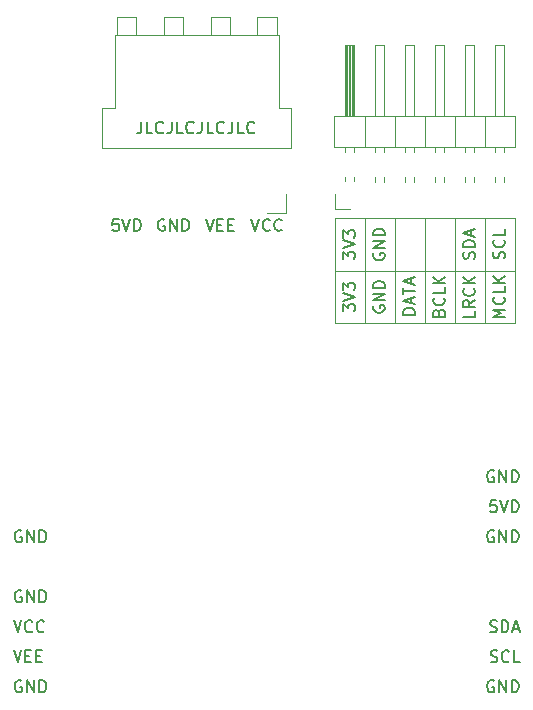
<source format=gbr>
%TF.GenerationSoftware,KiCad,Pcbnew,(5.1.9-0-10_14)*%
%TF.CreationDate,2021-03-07T13:53:49+01:00*%
%TF.ProjectId,ADC Piggy Board,41444320-5069-4676-9779-20426f617264,rev?*%
%TF.SameCoordinates,Original*%
%TF.FileFunction,Legend,Top*%
%TF.FilePolarity,Positive*%
%FSLAX46Y46*%
G04 Gerber Fmt 4.6, Leading zero omitted, Abs format (unit mm)*
G04 Created by KiCad (PCBNEW (5.1.9-0-10_14)) date 2021-03-07 13:53:49*
%MOMM*%
%LPD*%
G01*
G04 APERTURE LIST*
%ADD10C,0.120000*%
%ADD11C,0.150000*%
G04 APERTURE END LIST*
D10*
X170955000Y-101905000D02*
X155715000Y-101905000D01*
X170955000Y-97460000D02*
X155715000Y-97460000D01*
X155715000Y-93015000D02*
X155715000Y-101905000D01*
X158255000Y-93015000D02*
X158255000Y-101905000D01*
X160795000Y-93015000D02*
X160795000Y-101905000D01*
X163335000Y-93015000D02*
X163335000Y-101905000D01*
X165875000Y-93015000D02*
X165875000Y-101905000D01*
X168415000Y-93015000D02*
X168415000Y-101905000D01*
X170955000Y-93015000D02*
X170955000Y-101905000D01*
X155715000Y-93015000D02*
X170955000Y-93015000D01*
D11*
X170137380Y-101420595D02*
X169137380Y-101420595D01*
X169851666Y-101087261D01*
X169137380Y-100753928D01*
X170137380Y-100753928D01*
X170042142Y-99706309D02*
X170089761Y-99753928D01*
X170137380Y-99896785D01*
X170137380Y-99992023D01*
X170089761Y-100134880D01*
X169994523Y-100230119D01*
X169899285Y-100277738D01*
X169708809Y-100325357D01*
X169565952Y-100325357D01*
X169375476Y-100277738D01*
X169280238Y-100230119D01*
X169185000Y-100134880D01*
X169137380Y-99992023D01*
X169137380Y-99896785D01*
X169185000Y-99753928D01*
X169232619Y-99706309D01*
X170137380Y-98801547D02*
X170137380Y-99277738D01*
X169137380Y-99277738D01*
X170137380Y-98468214D02*
X169137380Y-98468214D01*
X170137380Y-97896785D02*
X169565952Y-98325357D01*
X169137380Y-97896785D02*
X169708809Y-98468214D01*
X167597380Y-100872976D02*
X167597380Y-101349166D01*
X166597380Y-101349166D01*
X167597380Y-99968214D02*
X167121190Y-100301547D01*
X167597380Y-100539642D02*
X166597380Y-100539642D01*
X166597380Y-100158690D01*
X166645000Y-100063452D01*
X166692619Y-100015833D01*
X166787857Y-99968214D01*
X166930714Y-99968214D01*
X167025952Y-100015833D01*
X167073571Y-100063452D01*
X167121190Y-100158690D01*
X167121190Y-100539642D01*
X167502142Y-98968214D02*
X167549761Y-99015833D01*
X167597380Y-99158690D01*
X167597380Y-99253928D01*
X167549761Y-99396785D01*
X167454523Y-99492023D01*
X167359285Y-99539642D01*
X167168809Y-99587261D01*
X167025952Y-99587261D01*
X166835476Y-99539642D01*
X166740238Y-99492023D01*
X166645000Y-99396785D01*
X166597380Y-99253928D01*
X166597380Y-99158690D01*
X166645000Y-99015833D01*
X166692619Y-98968214D01*
X167597380Y-98539642D02*
X166597380Y-98539642D01*
X167597380Y-97968214D02*
X167025952Y-98396785D01*
X166597380Y-97968214D02*
X167168809Y-98539642D01*
X164533571Y-101015833D02*
X164581190Y-100872976D01*
X164628809Y-100825357D01*
X164724047Y-100777738D01*
X164866904Y-100777738D01*
X164962142Y-100825357D01*
X165009761Y-100872976D01*
X165057380Y-100968214D01*
X165057380Y-101349166D01*
X164057380Y-101349166D01*
X164057380Y-101015833D01*
X164105000Y-100920595D01*
X164152619Y-100872976D01*
X164247857Y-100825357D01*
X164343095Y-100825357D01*
X164438333Y-100872976D01*
X164485952Y-100920595D01*
X164533571Y-101015833D01*
X164533571Y-101349166D01*
X164962142Y-99777738D02*
X165009761Y-99825357D01*
X165057380Y-99968214D01*
X165057380Y-100063452D01*
X165009761Y-100206309D01*
X164914523Y-100301547D01*
X164819285Y-100349166D01*
X164628809Y-100396785D01*
X164485952Y-100396785D01*
X164295476Y-100349166D01*
X164200238Y-100301547D01*
X164105000Y-100206309D01*
X164057380Y-100063452D01*
X164057380Y-99968214D01*
X164105000Y-99825357D01*
X164152619Y-99777738D01*
X165057380Y-98872976D02*
X165057380Y-99349166D01*
X164057380Y-99349166D01*
X165057380Y-98539642D02*
X164057380Y-98539642D01*
X165057380Y-97968214D02*
X164485952Y-98396785D01*
X164057380Y-97968214D02*
X164628809Y-98539642D01*
X162517380Y-101182500D02*
X161517380Y-101182500D01*
X161517380Y-100944404D01*
X161565000Y-100801547D01*
X161660238Y-100706309D01*
X161755476Y-100658690D01*
X161945952Y-100611071D01*
X162088809Y-100611071D01*
X162279285Y-100658690D01*
X162374523Y-100706309D01*
X162469761Y-100801547D01*
X162517380Y-100944404D01*
X162517380Y-101182500D01*
X162231666Y-100230119D02*
X162231666Y-99753928D01*
X162517380Y-100325357D02*
X161517380Y-99992023D01*
X162517380Y-99658690D01*
X161517380Y-99468214D02*
X161517380Y-98896785D01*
X162517380Y-99182500D02*
X161517380Y-99182500D01*
X162231666Y-98611071D02*
X162231666Y-98134880D01*
X162517380Y-98706309D02*
X161517380Y-98372976D01*
X162517380Y-98039642D01*
X159025000Y-100444404D02*
X158977380Y-100539642D01*
X158977380Y-100682500D01*
X159025000Y-100825357D01*
X159120238Y-100920595D01*
X159215476Y-100968214D01*
X159405952Y-101015833D01*
X159548809Y-101015833D01*
X159739285Y-100968214D01*
X159834523Y-100920595D01*
X159929761Y-100825357D01*
X159977380Y-100682500D01*
X159977380Y-100587261D01*
X159929761Y-100444404D01*
X159882142Y-100396785D01*
X159548809Y-100396785D01*
X159548809Y-100587261D01*
X159977380Y-99968214D02*
X158977380Y-99968214D01*
X159977380Y-99396785D01*
X158977380Y-99396785D01*
X159977380Y-98920595D02*
X158977380Y-98920595D01*
X158977380Y-98682500D01*
X159025000Y-98539642D01*
X159120238Y-98444404D01*
X159215476Y-98396785D01*
X159405952Y-98349166D01*
X159548809Y-98349166D01*
X159739285Y-98396785D01*
X159834523Y-98444404D01*
X159929761Y-98539642D01*
X159977380Y-98682500D01*
X159977380Y-98920595D01*
X156437380Y-100920595D02*
X156437380Y-100301547D01*
X156818333Y-100634880D01*
X156818333Y-100492023D01*
X156865952Y-100396785D01*
X156913571Y-100349166D01*
X157008809Y-100301547D01*
X157246904Y-100301547D01*
X157342142Y-100349166D01*
X157389761Y-100396785D01*
X157437380Y-100492023D01*
X157437380Y-100777738D01*
X157389761Y-100872976D01*
X157342142Y-100920595D01*
X156437380Y-100015833D02*
X157437380Y-99682500D01*
X156437380Y-99349166D01*
X156437380Y-99111071D02*
X156437380Y-98492023D01*
X156818333Y-98825357D01*
X156818333Y-98682500D01*
X156865952Y-98587261D01*
X156913571Y-98539642D01*
X157008809Y-98492023D01*
X157246904Y-98492023D01*
X157342142Y-98539642D01*
X157389761Y-98587261D01*
X157437380Y-98682500D01*
X157437380Y-98968214D01*
X157389761Y-99063452D01*
X157342142Y-99111071D01*
X170089761Y-96427976D02*
X170137380Y-96285119D01*
X170137380Y-96047023D01*
X170089761Y-95951785D01*
X170042142Y-95904166D01*
X169946904Y-95856547D01*
X169851666Y-95856547D01*
X169756428Y-95904166D01*
X169708809Y-95951785D01*
X169661190Y-96047023D01*
X169613571Y-96237500D01*
X169565952Y-96332738D01*
X169518333Y-96380357D01*
X169423095Y-96427976D01*
X169327857Y-96427976D01*
X169232619Y-96380357D01*
X169185000Y-96332738D01*
X169137380Y-96237500D01*
X169137380Y-95999404D01*
X169185000Y-95856547D01*
X170042142Y-94856547D02*
X170089761Y-94904166D01*
X170137380Y-95047023D01*
X170137380Y-95142261D01*
X170089761Y-95285119D01*
X169994523Y-95380357D01*
X169899285Y-95427976D01*
X169708809Y-95475595D01*
X169565952Y-95475595D01*
X169375476Y-95427976D01*
X169280238Y-95380357D01*
X169185000Y-95285119D01*
X169137380Y-95142261D01*
X169137380Y-95047023D01*
X169185000Y-94904166D01*
X169232619Y-94856547D01*
X170137380Y-93951785D02*
X170137380Y-94427976D01*
X169137380Y-94427976D01*
X167549761Y-96451785D02*
X167597380Y-96308928D01*
X167597380Y-96070833D01*
X167549761Y-95975595D01*
X167502142Y-95927976D01*
X167406904Y-95880357D01*
X167311666Y-95880357D01*
X167216428Y-95927976D01*
X167168809Y-95975595D01*
X167121190Y-96070833D01*
X167073571Y-96261309D01*
X167025952Y-96356547D01*
X166978333Y-96404166D01*
X166883095Y-96451785D01*
X166787857Y-96451785D01*
X166692619Y-96404166D01*
X166645000Y-96356547D01*
X166597380Y-96261309D01*
X166597380Y-96023214D01*
X166645000Y-95880357D01*
X167597380Y-95451785D02*
X166597380Y-95451785D01*
X166597380Y-95213690D01*
X166645000Y-95070833D01*
X166740238Y-94975595D01*
X166835476Y-94927976D01*
X167025952Y-94880357D01*
X167168809Y-94880357D01*
X167359285Y-94927976D01*
X167454523Y-94975595D01*
X167549761Y-95070833D01*
X167597380Y-95213690D01*
X167597380Y-95451785D01*
X167311666Y-94499404D02*
X167311666Y-94023214D01*
X167597380Y-94594642D02*
X166597380Y-94261309D01*
X167597380Y-93927976D01*
X159025000Y-95999404D02*
X158977380Y-96094642D01*
X158977380Y-96237500D01*
X159025000Y-96380357D01*
X159120238Y-96475595D01*
X159215476Y-96523214D01*
X159405952Y-96570833D01*
X159548809Y-96570833D01*
X159739285Y-96523214D01*
X159834523Y-96475595D01*
X159929761Y-96380357D01*
X159977380Y-96237500D01*
X159977380Y-96142261D01*
X159929761Y-95999404D01*
X159882142Y-95951785D01*
X159548809Y-95951785D01*
X159548809Y-96142261D01*
X159977380Y-95523214D02*
X158977380Y-95523214D01*
X159977380Y-94951785D01*
X158977380Y-94951785D01*
X159977380Y-94475595D02*
X158977380Y-94475595D01*
X158977380Y-94237500D01*
X159025000Y-94094642D01*
X159120238Y-93999404D01*
X159215476Y-93951785D01*
X159405952Y-93904166D01*
X159548809Y-93904166D01*
X159739285Y-93951785D01*
X159834523Y-93999404D01*
X159929761Y-94094642D01*
X159977380Y-94237500D01*
X159977380Y-94475595D01*
X156437380Y-96475595D02*
X156437380Y-95856547D01*
X156818333Y-96189880D01*
X156818333Y-96047023D01*
X156865952Y-95951785D01*
X156913571Y-95904166D01*
X157008809Y-95856547D01*
X157246904Y-95856547D01*
X157342142Y-95904166D01*
X157389761Y-95951785D01*
X157437380Y-96047023D01*
X157437380Y-96332738D01*
X157389761Y-96427976D01*
X157342142Y-96475595D01*
X156437380Y-95570833D02*
X157437380Y-95237500D01*
X156437380Y-94904166D01*
X156437380Y-94666071D02*
X156437380Y-94047023D01*
X156818333Y-94380357D01*
X156818333Y-94237500D01*
X156865952Y-94142261D01*
X156913571Y-94094642D01*
X157008809Y-94047023D01*
X157246904Y-94047023D01*
X157342142Y-94094642D01*
X157389761Y-94142261D01*
X157437380Y-94237500D01*
X157437380Y-94523214D01*
X157389761Y-94618452D01*
X157342142Y-94666071D01*
X148666666Y-93102380D02*
X149000000Y-94102380D01*
X149333333Y-93102380D01*
X150238095Y-94007142D02*
X150190476Y-94054761D01*
X150047619Y-94102380D01*
X149952380Y-94102380D01*
X149809523Y-94054761D01*
X149714285Y-93959523D01*
X149666666Y-93864285D01*
X149619047Y-93673809D01*
X149619047Y-93530952D01*
X149666666Y-93340476D01*
X149714285Y-93245238D01*
X149809523Y-93150000D01*
X149952380Y-93102380D01*
X150047619Y-93102380D01*
X150190476Y-93150000D01*
X150238095Y-93197619D01*
X151238095Y-94007142D02*
X151190476Y-94054761D01*
X151047619Y-94102380D01*
X150952380Y-94102380D01*
X150809523Y-94054761D01*
X150714285Y-93959523D01*
X150666666Y-93864285D01*
X150619047Y-93673809D01*
X150619047Y-93530952D01*
X150666666Y-93340476D01*
X150714285Y-93245238D01*
X150809523Y-93150000D01*
X150952380Y-93102380D01*
X151047619Y-93102380D01*
X151190476Y-93150000D01*
X151238095Y-93197619D01*
X144801904Y-93102380D02*
X145135238Y-94102380D01*
X145468571Y-93102380D01*
X145801904Y-93578571D02*
X146135238Y-93578571D01*
X146278095Y-94102380D02*
X145801904Y-94102380D01*
X145801904Y-93102380D01*
X146278095Y-93102380D01*
X146706666Y-93578571D02*
X147040000Y-93578571D01*
X147182857Y-94102380D02*
X146706666Y-94102380D01*
X146706666Y-93102380D01*
X147182857Y-93102380D01*
X141318095Y-93150000D02*
X141222857Y-93102380D01*
X141080000Y-93102380D01*
X140937142Y-93150000D01*
X140841904Y-93245238D01*
X140794285Y-93340476D01*
X140746666Y-93530952D01*
X140746666Y-93673809D01*
X140794285Y-93864285D01*
X140841904Y-93959523D01*
X140937142Y-94054761D01*
X141080000Y-94102380D01*
X141175238Y-94102380D01*
X141318095Y-94054761D01*
X141365714Y-94007142D01*
X141365714Y-93673809D01*
X141175238Y-93673809D01*
X141794285Y-94102380D02*
X141794285Y-93102380D01*
X142365714Y-94102380D01*
X142365714Y-93102380D01*
X142841904Y-94102380D02*
X142841904Y-93102380D01*
X143080000Y-93102380D01*
X143222857Y-93150000D01*
X143318095Y-93245238D01*
X143365714Y-93340476D01*
X143413333Y-93530952D01*
X143413333Y-93673809D01*
X143365714Y-93864285D01*
X143318095Y-93959523D01*
X143222857Y-94054761D01*
X143080000Y-94102380D01*
X142841904Y-94102380D01*
X137429523Y-93102380D02*
X136953333Y-93102380D01*
X136905714Y-93578571D01*
X136953333Y-93530952D01*
X137048571Y-93483333D01*
X137286666Y-93483333D01*
X137381904Y-93530952D01*
X137429523Y-93578571D01*
X137477142Y-93673809D01*
X137477142Y-93911904D01*
X137429523Y-94007142D01*
X137381904Y-94054761D01*
X137286666Y-94102380D01*
X137048571Y-94102380D01*
X136953333Y-94054761D01*
X136905714Y-94007142D01*
X137762857Y-93102380D02*
X138096190Y-94102380D01*
X138429523Y-93102380D01*
X138762857Y-94102380D02*
X138762857Y-93102380D01*
X139000952Y-93102380D01*
X139143809Y-93150000D01*
X139239047Y-93245238D01*
X139286666Y-93340476D01*
X139334285Y-93530952D01*
X139334285Y-93673809D01*
X139286666Y-93864285D01*
X139239047Y-93959523D01*
X139143809Y-94054761D01*
X139000952Y-94102380D01*
X138762857Y-94102380D01*
X168921071Y-130564761D02*
X169063928Y-130612380D01*
X169302023Y-130612380D01*
X169397261Y-130564761D01*
X169444880Y-130517142D01*
X169492500Y-130421904D01*
X169492500Y-130326666D01*
X169444880Y-130231428D01*
X169397261Y-130183809D01*
X169302023Y-130136190D01*
X169111547Y-130088571D01*
X169016309Y-130040952D01*
X168968690Y-129993333D01*
X168921071Y-129898095D01*
X168921071Y-129802857D01*
X168968690Y-129707619D01*
X169016309Y-129660000D01*
X169111547Y-129612380D01*
X169349642Y-129612380D01*
X169492500Y-129660000D01*
X170492500Y-130517142D02*
X170444880Y-130564761D01*
X170302023Y-130612380D01*
X170206785Y-130612380D01*
X170063928Y-130564761D01*
X169968690Y-130469523D01*
X169921071Y-130374285D01*
X169873452Y-130183809D01*
X169873452Y-130040952D01*
X169921071Y-129850476D01*
X169968690Y-129755238D01*
X170063928Y-129660000D01*
X170206785Y-129612380D01*
X170302023Y-129612380D01*
X170444880Y-129660000D01*
X170492500Y-129707619D01*
X171397261Y-130612380D02*
X170921071Y-130612380D01*
X170921071Y-129612380D01*
X168873452Y-128024761D02*
X169016309Y-128072380D01*
X169254404Y-128072380D01*
X169349642Y-128024761D01*
X169397261Y-127977142D01*
X169444880Y-127881904D01*
X169444880Y-127786666D01*
X169397261Y-127691428D01*
X169349642Y-127643809D01*
X169254404Y-127596190D01*
X169063928Y-127548571D01*
X168968690Y-127500952D01*
X168921071Y-127453333D01*
X168873452Y-127358095D01*
X168873452Y-127262857D01*
X168921071Y-127167619D01*
X168968690Y-127120000D01*
X169063928Y-127072380D01*
X169302023Y-127072380D01*
X169444880Y-127120000D01*
X169873452Y-128072380D02*
X169873452Y-127072380D01*
X170111547Y-127072380D01*
X170254404Y-127120000D01*
X170349642Y-127215238D01*
X170397261Y-127310476D01*
X170444880Y-127500952D01*
X170444880Y-127643809D01*
X170397261Y-127834285D01*
X170349642Y-127929523D01*
X170254404Y-128024761D01*
X170111547Y-128072380D01*
X169873452Y-128072380D01*
X170825833Y-127786666D02*
X171302023Y-127786666D01*
X170730595Y-128072380D02*
X171063928Y-127072380D01*
X171397261Y-128072380D01*
X169206785Y-114420000D02*
X169111547Y-114372380D01*
X168968690Y-114372380D01*
X168825833Y-114420000D01*
X168730595Y-114515238D01*
X168682976Y-114610476D01*
X168635357Y-114800952D01*
X168635357Y-114943809D01*
X168682976Y-115134285D01*
X168730595Y-115229523D01*
X168825833Y-115324761D01*
X168968690Y-115372380D01*
X169063928Y-115372380D01*
X169206785Y-115324761D01*
X169254404Y-115277142D01*
X169254404Y-114943809D01*
X169063928Y-114943809D01*
X169682976Y-115372380D02*
X169682976Y-114372380D01*
X170254404Y-115372380D01*
X170254404Y-114372380D01*
X170730595Y-115372380D02*
X170730595Y-114372380D01*
X170968690Y-114372380D01*
X171111547Y-114420000D01*
X171206785Y-114515238D01*
X171254404Y-114610476D01*
X171302023Y-114800952D01*
X171302023Y-114943809D01*
X171254404Y-115134285D01*
X171206785Y-115229523D01*
X171111547Y-115324761D01*
X170968690Y-115372380D01*
X170730595Y-115372380D01*
X169397261Y-116912380D02*
X168921071Y-116912380D01*
X168873452Y-117388571D01*
X168921071Y-117340952D01*
X169016309Y-117293333D01*
X169254404Y-117293333D01*
X169349642Y-117340952D01*
X169397261Y-117388571D01*
X169444880Y-117483809D01*
X169444880Y-117721904D01*
X169397261Y-117817142D01*
X169349642Y-117864761D01*
X169254404Y-117912380D01*
X169016309Y-117912380D01*
X168921071Y-117864761D01*
X168873452Y-117817142D01*
X169730595Y-116912380D02*
X170063928Y-117912380D01*
X170397261Y-116912380D01*
X170730595Y-117912380D02*
X170730595Y-116912380D01*
X170968690Y-116912380D01*
X171111547Y-116960000D01*
X171206785Y-117055238D01*
X171254404Y-117150476D01*
X171302023Y-117340952D01*
X171302023Y-117483809D01*
X171254404Y-117674285D01*
X171206785Y-117769523D01*
X171111547Y-117864761D01*
X170968690Y-117912380D01*
X170730595Y-117912380D01*
X169206785Y-132200000D02*
X169111547Y-132152380D01*
X168968690Y-132152380D01*
X168825833Y-132200000D01*
X168730595Y-132295238D01*
X168682976Y-132390476D01*
X168635357Y-132580952D01*
X168635357Y-132723809D01*
X168682976Y-132914285D01*
X168730595Y-133009523D01*
X168825833Y-133104761D01*
X168968690Y-133152380D01*
X169063928Y-133152380D01*
X169206785Y-133104761D01*
X169254404Y-133057142D01*
X169254404Y-132723809D01*
X169063928Y-132723809D01*
X169682976Y-133152380D02*
X169682976Y-132152380D01*
X170254404Y-133152380D01*
X170254404Y-132152380D01*
X170730595Y-133152380D02*
X170730595Y-132152380D01*
X170968690Y-132152380D01*
X171111547Y-132200000D01*
X171206785Y-132295238D01*
X171254404Y-132390476D01*
X171302023Y-132580952D01*
X171302023Y-132723809D01*
X171254404Y-132914285D01*
X171206785Y-133009523D01*
X171111547Y-133104761D01*
X170968690Y-133152380D01*
X170730595Y-133152380D01*
X169206785Y-119500000D02*
X169111547Y-119452380D01*
X168968690Y-119452380D01*
X168825833Y-119500000D01*
X168730595Y-119595238D01*
X168682976Y-119690476D01*
X168635357Y-119880952D01*
X168635357Y-120023809D01*
X168682976Y-120214285D01*
X168730595Y-120309523D01*
X168825833Y-120404761D01*
X168968690Y-120452380D01*
X169063928Y-120452380D01*
X169206785Y-120404761D01*
X169254404Y-120357142D01*
X169254404Y-120023809D01*
X169063928Y-120023809D01*
X169682976Y-120452380D02*
X169682976Y-119452380D01*
X170254404Y-120452380D01*
X170254404Y-119452380D01*
X170730595Y-120452380D02*
X170730595Y-119452380D01*
X170968690Y-119452380D01*
X171111547Y-119500000D01*
X171206785Y-119595238D01*
X171254404Y-119690476D01*
X171302023Y-119880952D01*
X171302023Y-120023809D01*
X171254404Y-120214285D01*
X171206785Y-120309523D01*
X171111547Y-120404761D01*
X170968690Y-120452380D01*
X170730595Y-120452380D01*
X129209404Y-124580000D02*
X129114166Y-124532380D01*
X128971309Y-124532380D01*
X128828452Y-124580000D01*
X128733214Y-124675238D01*
X128685595Y-124770476D01*
X128637976Y-124960952D01*
X128637976Y-125103809D01*
X128685595Y-125294285D01*
X128733214Y-125389523D01*
X128828452Y-125484761D01*
X128971309Y-125532380D01*
X129066547Y-125532380D01*
X129209404Y-125484761D01*
X129257023Y-125437142D01*
X129257023Y-125103809D01*
X129066547Y-125103809D01*
X129685595Y-125532380D02*
X129685595Y-124532380D01*
X130257023Y-125532380D01*
X130257023Y-124532380D01*
X130733214Y-125532380D02*
X130733214Y-124532380D01*
X130971309Y-124532380D01*
X131114166Y-124580000D01*
X131209404Y-124675238D01*
X131257023Y-124770476D01*
X131304642Y-124960952D01*
X131304642Y-125103809D01*
X131257023Y-125294285D01*
X131209404Y-125389523D01*
X131114166Y-125484761D01*
X130971309Y-125532380D01*
X130733214Y-125532380D01*
X128542738Y-129612380D02*
X128876071Y-130612380D01*
X129209404Y-129612380D01*
X129542738Y-130088571D02*
X129876071Y-130088571D01*
X130018928Y-130612380D02*
X129542738Y-130612380D01*
X129542738Y-129612380D01*
X130018928Y-129612380D01*
X130447500Y-130088571D02*
X130780833Y-130088571D01*
X130923690Y-130612380D02*
X130447500Y-130612380D01*
X130447500Y-129612380D01*
X130923690Y-129612380D01*
X129209404Y-119500000D02*
X129114166Y-119452380D01*
X128971309Y-119452380D01*
X128828452Y-119500000D01*
X128733214Y-119595238D01*
X128685595Y-119690476D01*
X128637976Y-119880952D01*
X128637976Y-120023809D01*
X128685595Y-120214285D01*
X128733214Y-120309523D01*
X128828452Y-120404761D01*
X128971309Y-120452380D01*
X129066547Y-120452380D01*
X129209404Y-120404761D01*
X129257023Y-120357142D01*
X129257023Y-120023809D01*
X129066547Y-120023809D01*
X129685595Y-120452380D02*
X129685595Y-119452380D01*
X130257023Y-120452380D01*
X130257023Y-119452380D01*
X130733214Y-120452380D02*
X130733214Y-119452380D01*
X130971309Y-119452380D01*
X131114166Y-119500000D01*
X131209404Y-119595238D01*
X131257023Y-119690476D01*
X131304642Y-119880952D01*
X131304642Y-120023809D01*
X131257023Y-120214285D01*
X131209404Y-120309523D01*
X131114166Y-120404761D01*
X130971309Y-120452380D01*
X130733214Y-120452380D01*
X129209404Y-132200000D02*
X129114166Y-132152380D01*
X128971309Y-132152380D01*
X128828452Y-132200000D01*
X128733214Y-132295238D01*
X128685595Y-132390476D01*
X128637976Y-132580952D01*
X128637976Y-132723809D01*
X128685595Y-132914285D01*
X128733214Y-133009523D01*
X128828452Y-133104761D01*
X128971309Y-133152380D01*
X129066547Y-133152380D01*
X129209404Y-133104761D01*
X129257023Y-133057142D01*
X129257023Y-132723809D01*
X129066547Y-132723809D01*
X129685595Y-133152380D02*
X129685595Y-132152380D01*
X130257023Y-133152380D01*
X130257023Y-132152380D01*
X130733214Y-133152380D02*
X130733214Y-132152380D01*
X130971309Y-132152380D01*
X131114166Y-132200000D01*
X131209404Y-132295238D01*
X131257023Y-132390476D01*
X131304642Y-132580952D01*
X131304642Y-132723809D01*
X131257023Y-132914285D01*
X131209404Y-133009523D01*
X131114166Y-133104761D01*
X130971309Y-133152380D01*
X130733214Y-133152380D01*
X128542738Y-127072380D02*
X128876071Y-128072380D01*
X129209404Y-127072380D01*
X130114166Y-127977142D02*
X130066547Y-128024761D01*
X129923690Y-128072380D01*
X129828452Y-128072380D01*
X129685595Y-128024761D01*
X129590357Y-127929523D01*
X129542738Y-127834285D01*
X129495119Y-127643809D01*
X129495119Y-127500952D01*
X129542738Y-127310476D01*
X129590357Y-127215238D01*
X129685595Y-127120000D01*
X129828452Y-127072380D01*
X129923690Y-127072380D01*
X130066547Y-127120000D01*
X130114166Y-127167619D01*
X131114166Y-127977142D02*
X131066547Y-128024761D01*
X130923690Y-128072380D01*
X130828452Y-128072380D01*
X130685595Y-128024761D01*
X130590357Y-127929523D01*
X130542738Y-127834285D01*
X130495119Y-127643809D01*
X130495119Y-127500952D01*
X130542738Y-127310476D01*
X130590357Y-127215238D01*
X130685595Y-127120000D01*
X130828452Y-127072380D01*
X130923690Y-127072380D01*
X131066547Y-127120000D01*
X131114166Y-127167619D01*
X139348452Y-84847380D02*
X139348452Y-85561666D01*
X139300833Y-85704523D01*
X139205595Y-85799761D01*
X139062738Y-85847380D01*
X138967500Y-85847380D01*
X140300833Y-85847380D02*
X139824642Y-85847380D01*
X139824642Y-84847380D01*
X141205595Y-85752142D02*
X141157976Y-85799761D01*
X141015119Y-85847380D01*
X140919880Y-85847380D01*
X140777023Y-85799761D01*
X140681785Y-85704523D01*
X140634166Y-85609285D01*
X140586547Y-85418809D01*
X140586547Y-85275952D01*
X140634166Y-85085476D01*
X140681785Y-84990238D01*
X140777023Y-84895000D01*
X140919880Y-84847380D01*
X141015119Y-84847380D01*
X141157976Y-84895000D01*
X141205595Y-84942619D01*
X141919880Y-84847380D02*
X141919880Y-85561666D01*
X141872261Y-85704523D01*
X141777023Y-85799761D01*
X141634166Y-85847380D01*
X141538928Y-85847380D01*
X142872261Y-85847380D02*
X142396071Y-85847380D01*
X142396071Y-84847380D01*
X143777023Y-85752142D02*
X143729404Y-85799761D01*
X143586547Y-85847380D01*
X143491309Y-85847380D01*
X143348452Y-85799761D01*
X143253214Y-85704523D01*
X143205595Y-85609285D01*
X143157976Y-85418809D01*
X143157976Y-85275952D01*
X143205595Y-85085476D01*
X143253214Y-84990238D01*
X143348452Y-84895000D01*
X143491309Y-84847380D01*
X143586547Y-84847380D01*
X143729404Y-84895000D01*
X143777023Y-84942619D01*
X144491309Y-84847380D02*
X144491309Y-85561666D01*
X144443690Y-85704523D01*
X144348452Y-85799761D01*
X144205595Y-85847380D01*
X144110357Y-85847380D01*
X145443690Y-85847380D02*
X144967500Y-85847380D01*
X144967500Y-84847380D01*
X146348452Y-85752142D02*
X146300833Y-85799761D01*
X146157976Y-85847380D01*
X146062738Y-85847380D01*
X145919880Y-85799761D01*
X145824642Y-85704523D01*
X145777023Y-85609285D01*
X145729404Y-85418809D01*
X145729404Y-85275952D01*
X145777023Y-85085476D01*
X145824642Y-84990238D01*
X145919880Y-84895000D01*
X146062738Y-84847380D01*
X146157976Y-84847380D01*
X146300833Y-84895000D01*
X146348452Y-84942619D01*
X147062738Y-84847380D02*
X147062738Y-85561666D01*
X147015119Y-85704523D01*
X146919880Y-85799761D01*
X146777023Y-85847380D01*
X146681785Y-85847380D01*
X148015119Y-85847380D02*
X147538928Y-85847380D01*
X147538928Y-84847380D01*
X148919880Y-85752142D02*
X148872261Y-85799761D01*
X148729404Y-85847380D01*
X148634166Y-85847380D01*
X148491309Y-85799761D01*
X148396071Y-85704523D01*
X148348452Y-85609285D01*
X148300833Y-85418809D01*
X148300833Y-85275952D01*
X148348452Y-85085476D01*
X148396071Y-84990238D01*
X148491309Y-84895000D01*
X148634166Y-84847380D01*
X148729404Y-84847380D01*
X148872261Y-84895000D01*
X148919880Y-84942619D01*
D10*
%TO.C,J7*%
X155730000Y-92270000D02*
X155730000Y-91000000D01*
X157000000Y-92270000D02*
X155730000Y-92270000D01*
X170080000Y-89957071D02*
X170080000Y-89502929D01*
X169320000Y-89957071D02*
X169320000Y-89502929D01*
X170080000Y-87417071D02*
X170080000Y-87020000D01*
X169320000Y-87417071D02*
X169320000Y-87020000D01*
X170080000Y-78360000D02*
X170080000Y-84360000D01*
X169320000Y-78360000D02*
X170080000Y-78360000D01*
X169320000Y-84360000D02*
X169320000Y-78360000D01*
X168430000Y-87020000D02*
X168430000Y-84360000D01*
X167540000Y-89957071D02*
X167540000Y-89502929D01*
X166780000Y-89957071D02*
X166780000Y-89502929D01*
X167540000Y-87417071D02*
X167540000Y-87020000D01*
X166780000Y-87417071D02*
X166780000Y-87020000D01*
X167540000Y-78360000D02*
X167540000Y-84360000D01*
X166780000Y-78360000D02*
X167540000Y-78360000D01*
X166780000Y-84360000D02*
X166780000Y-78360000D01*
X165890000Y-87020000D02*
X165890000Y-84360000D01*
X165000000Y-89957071D02*
X165000000Y-89502929D01*
X164240000Y-89957071D02*
X164240000Y-89502929D01*
X165000000Y-87417071D02*
X165000000Y-87020000D01*
X164240000Y-87417071D02*
X164240000Y-87020000D01*
X165000000Y-78360000D02*
X165000000Y-84360000D01*
X164240000Y-78360000D02*
X165000000Y-78360000D01*
X164240000Y-84360000D02*
X164240000Y-78360000D01*
X163350000Y-87020000D02*
X163350000Y-84360000D01*
X162460000Y-89957071D02*
X162460000Y-89502929D01*
X161700000Y-89957071D02*
X161700000Y-89502929D01*
X162460000Y-87417071D02*
X162460000Y-87020000D01*
X161700000Y-87417071D02*
X161700000Y-87020000D01*
X162460000Y-78360000D02*
X162460000Y-84360000D01*
X161700000Y-78360000D02*
X162460000Y-78360000D01*
X161700000Y-84360000D02*
X161700000Y-78360000D01*
X160810000Y-87020000D02*
X160810000Y-84360000D01*
X159920000Y-89957071D02*
X159920000Y-89502929D01*
X159160000Y-89957071D02*
X159160000Y-89502929D01*
X159920000Y-87417071D02*
X159920000Y-87020000D01*
X159160000Y-87417071D02*
X159160000Y-87020000D01*
X159920000Y-78360000D02*
X159920000Y-84360000D01*
X159160000Y-78360000D02*
X159920000Y-78360000D01*
X159160000Y-84360000D02*
X159160000Y-78360000D01*
X158270000Y-87020000D02*
X158270000Y-84360000D01*
X157380000Y-89890000D02*
X157380000Y-89502929D01*
X156620000Y-89890000D02*
X156620000Y-89502929D01*
X157380000Y-87417071D02*
X157380000Y-87020000D01*
X156620000Y-87417071D02*
X156620000Y-87020000D01*
X157280000Y-84360000D02*
X157280000Y-78360000D01*
X157160000Y-84360000D02*
X157160000Y-78360000D01*
X157040000Y-84360000D02*
X157040000Y-78360000D01*
X156920000Y-84360000D02*
X156920000Y-78360000D01*
X156800000Y-84360000D02*
X156800000Y-78360000D01*
X156680000Y-84360000D02*
X156680000Y-78360000D01*
X157380000Y-78360000D02*
X157380000Y-84360000D01*
X156620000Y-78360000D02*
X157380000Y-78360000D01*
X156620000Y-84360000D02*
X156620000Y-78360000D01*
X155670000Y-84360000D02*
X155670000Y-87020000D01*
X171030000Y-84360000D02*
X155670000Y-84360000D01*
X171030000Y-87020000D02*
X171030000Y-84360000D01*
X155670000Y-87020000D02*
X171030000Y-87020000D01*
%TO.C,J6*%
X152060000Y-87110000D02*
X136060000Y-87110000D01*
X136060000Y-87110000D02*
X136060000Y-83690000D01*
X136060000Y-83690000D02*
X137110000Y-83690000D01*
X137110000Y-83690000D02*
X137110000Y-77490000D01*
X137110000Y-77490000D02*
X151010000Y-77490000D01*
X151010000Y-77490000D02*
X151010000Y-83690000D01*
X151010000Y-83690000D02*
X152060000Y-83690000D01*
X152060000Y-83690000D02*
X152060000Y-87110000D01*
X150820000Y-77490000D02*
X150820000Y-75990000D01*
X150820000Y-75990000D02*
X149180000Y-75990000D01*
X149180000Y-75990000D02*
X149180000Y-77490000D01*
X146860000Y-77490000D02*
X146860000Y-75990000D01*
X146860000Y-75990000D02*
X145220000Y-75990000D01*
X145220000Y-75990000D02*
X145220000Y-77490000D01*
X142900000Y-77490000D02*
X142900000Y-75990000D01*
X142900000Y-75990000D02*
X141260000Y-75990000D01*
X141260000Y-75990000D02*
X141260000Y-77490000D01*
X138940000Y-77490000D02*
X138940000Y-75990000D01*
X138940000Y-75990000D02*
X137300000Y-75990000D01*
X137300000Y-75990000D02*
X137300000Y-77490000D01*
X150000000Y-92610000D02*
X151610000Y-92610000D01*
X151610000Y-92610000D02*
X151610000Y-91000000D01*
%TD*%
M02*

</source>
